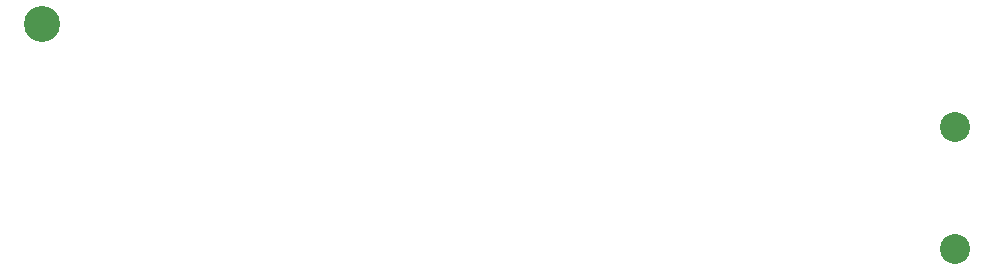
<source format=gbr>
%TF.GenerationSoftware,KiCad,Pcbnew,8.0.6*%
%TF.CreationDate,2025-02-06T23:23:27+01:00*%
%TF.ProjectId,TDK_DCDC_pcb,54444b5f-4443-4444-935f-7063622e6b69,rev?*%
%TF.SameCoordinates,Original*%
%TF.FileFunction,NonPlated,1,2,NPTH,Drill*%
%TF.FilePolarity,Positive*%
%FSLAX46Y46*%
G04 Gerber Fmt 4.6, Leading zero omitted, Abs format (unit mm)*
G04 Created by KiCad (PCBNEW 8.0.6) date 2025-02-06 23:23:27*
%MOMM*%
%LPD*%
G01*
G04 APERTURE LIST*
%TA.AperFunction,ComponentDrill*%
%ADD10C,2.540000*%
%TD*%
%TA.AperFunction,ComponentDrill*%
%ADD11C,3.048000*%
%TD*%
G04 APERTURE END LIST*
D10*
%TO.C,HV_in1*%
X183639999Y-96540000D03*
X183639999Y-106840000D03*
D11*
%TO.C,LV_out1*%
X106313550Y-87850777D03*
M02*

</source>
